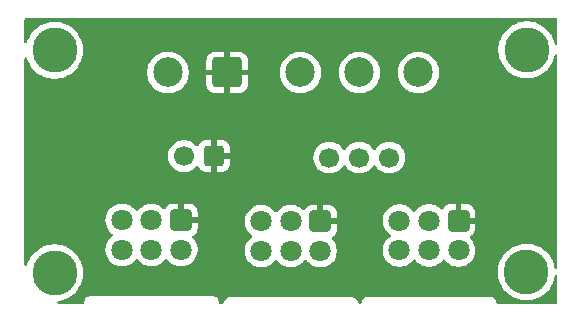
<source format=gbl>
G04 #@! TF.GenerationSoftware,KiCad,Pcbnew,9.0.1*
G04 #@! TF.CreationDate,2025-04-21T20:59:12+02:00*
G04 #@! TF.ProjectId,3_pots_pcb_v0.2a,335f706f-7473-45f7-9063-625f76302e32,rev?*
G04 #@! TF.SameCoordinates,Original*
G04 #@! TF.FileFunction,Copper,L2,Bot*
G04 #@! TF.FilePolarity,Positive*
%FSLAX46Y46*%
G04 Gerber Fmt 4.6, Leading zero omitted, Abs format (unit mm)*
G04 Created by KiCad (PCBNEW 9.0.1) date 2025-04-21 20:59:12*
%MOMM*%
%LPD*%
G01*
G04 APERTURE LIST*
G04 Aperture macros list*
%AMRoundRect*
0 Rectangle with rounded corners*
0 $1 Rounding radius*
0 $2 $3 $4 $5 $6 $7 $8 $9 X,Y pos of 4 corners*
0 Add a 4 corners polygon primitive as box body*
4,1,4,$2,$3,$4,$5,$6,$7,$8,$9,$2,$3,0*
0 Add four circle primitives for the rounded corners*
1,1,$1+$1,$2,$3*
1,1,$1+$1,$4,$5*
1,1,$1+$1,$6,$7*
1,1,$1+$1,$8,$9*
0 Add four rect primitives between the rounded corners*
20,1,$1+$1,$2,$3,$4,$5,0*
20,1,$1+$1,$4,$5,$6,$7,0*
20,1,$1+$1,$6,$7,$8,$9,0*
20,1,$1+$1,$8,$9,$2,$3,0*%
G04 Aperture macros list end*
G04 #@! TA.AperFunction,ComponentPad*
%ADD10C,2.500000*%
G04 #@! TD*
G04 #@! TA.AperFunction,ComponentPad*
%ADD11RoundRect,0.250000X-1.000000X-1.000000X1.000000X-1.000000X1.000000X1.000000X-1.000000X1.000000X0*%
G04 #@! TD*
G04 #@! TA.AperFunction,ComponentPad*
%ADD12C,3.800000*%
G04 #@! TD*
G04 #@! TA.AperFunction,ComponentPad*
%ADD13C,1.800000*%
G04 #@! TD*
G04 #@! TA.AperFunction,ComponentPad*
%ADD14RoundRect,0.250000X-0.650000X0.650000X-0.650000X-0.650000X0.650000X-0.650000X0.650000X0.650000X0*%
G04 #@! TD*
G04 #@! TA.AperFunction,ComponentPad*
%ADD15C,1.700000*%
G04 #@! TD*
G04 #@! TA.AperFunction,ComponentPad*
%ADD16RoundRect,0.250000X0.600000X-0.600000X0.600000X0.600000X-0.600000X0.600000X-0.600000X-0.600000X0*%
G04 #@! TD*
G04 APERTURE END LIST*
D10*
X152825000Y-95125000D03*
D11*
X157825000Y-95125000D03*
D12*
X143225000Y-93250000D03*
X183175000Y-112025000D03*
D13*
X172425000Y-110175000D03*
X174925000Y-110175000D03*
X177425000Y-110175000D03*
X172425000Y-107675000D03*
X174925000Y-107675000D03*
D14*
X177425000Y-107675000D03*
D12*
X183200000Y-93200000D03*
D15*
X154175000Y-102200000D03*
D16*
X156715000Y-102200000D03*
D12*
X143225000Y-112075000D03*
D15*
X166485000Y-102325000D03*
X169025000Y-102325000D03*
X171565000Y-102325000D03*
D10*
X164025000Y-95125000D03*
X169025000Y-95125000D03*
X174025000Y-95125000D03*
D13*
X160725000Y-110225000D03*
X163225000Y-110225000D03*
X165725000Y-110225000D03*
X160725000Y-107725000D03*
X163225000Y-107725000D03*
D14*
X165725000Y-107725000D03*
D13*
X148925000Y-110125000D03*
X151425000Y-110125000D03*
X153925000Y-110125000D03*
X148925000Y-107625000D03*
X151425000Y-107625000D03*
D14*
X153925000Y-107625000D03*
G04 #@! TA.AperFunction,Conductor*
G36*
X185742539Y-90545185D02*
G01*
X185788294Y-90597989D01*
X185799500Y-90649500D01*
X185799500Y-92700876D01*
X185779815Y-92767915D01*
X185727011Y-92813670D01*
X185657853Y-92823614D01*
X185594297Y-92794589D01*
X185556523Y-92735811D01*
X185554609Y-92728469D01*
X185510315Y-92534405D01*
X185510312Y-92534397D01*
X185488145Y-92471049D01*
X185421267Y-92279921D01*
X185304284Y-92037003D01*
X185160838Y-91808711D01*
X184992734Y-91597915D01*
X184802085Y-91407266D01*
X184591289Y-91239162D01*
X184362997Y-91095716D01*
X184362994Y-91095714D01*
X184120082Y-90978734D01*
X183865602Y-90889687D01*
X183865594Y-90889684D01*
X183668446Y-90844687D01*
X183602732Y-90829688D01*
X183602728Y-90829687D01*
X183602719Y-90829686D01*
X183334813Y-90799500D01*
X183334809Y-90799500D01*
X183065191Y-90799500D01*
X183065186Y-90799500D01*
X182797280Y-90829686D01*
X182797268Y-90829688D01*
X182534405Y-90889684D01*
X182534397Y-90889687D01*
X182279917Y-90978734D01*
X182037005Y-91095714D01*
X181808712Y-91239161D01*
X181597915Y-91407265D01*
X181407265Y-91597915D01*
X181239161Y-91808712D01*
X181095714Y-92037005D01*
X180978734Y-92279917D01*
X180889687Y-92534397D01*
X180889684Y-92534405D01*
X180829688Y-92797268D01*
X180829686Y-92797280D01*
X180799500Y-93065186D01*
X180799500Y-93334813D01*
X180829686Y-93602719D01*
X180829688Y-93602731D01*
X180889684Y-93865594D01*
X180889687Y-93865602D01*
X180978734Y-94120082D01*
X181095714Y-94362994D01*
X181095716Y-94362997D01*
X181239162Y-94591289D01*
X181407266Y-94802085D01*
X181597915Y-94992734D01*
X181808711Y-95160838D01*
X182037003Y-95304284D01*
X182279921Y-95421267D01*
X182471049Y-95488145D01*
X182534397Y-95510312D01*
X182534405Y-95510315D01*
X182534408Y-95510315D01*
X182534409Y-95510316D01*
X182797268Y-95570312D01*
X183065187Y-95600499D01*
X183065188Y-95600500D01*
X183065191Y-95600500D01*
X183334812Y-95600500D01*
X183334812Y-95600499D01*
X183602732Y-95570312D01*
X183865591Y-95510316D01*
X184120079Y-95421267D01*
X184362997Y-95304284D01*
X184591289Y-95160838D01*
X184802085Y-94992734D01*
X184992734Y-94802085D01*
X185160838Y-94591289D01*
X185304284Y-94362997D01*
X185421267Y-94120079D01*
X185510316Y-93865591D01*
X185554609Y-93671529D01*
X185588718Y-93610552D01*
X185650379Y-93577694D01*
X185720016Y-93583389D01*
X185775520Y-93625829D01*
X185799268Y-93691539D01*
X185799500Y-93699123D01*
X185799500Y-111670221D01*
X185779815Y-111737260D01*
X185727011Y-111783015D01*
X185657853Y-111792959D01*
X185594297Y-111763934D01*
X185556523Y-111705156D01*
X185552280Y-111684105D01*
X185545313Y-111622280D01*
X185545312Y-111622268D01*
X185485316Y-111359409D01*
X185396267Y-111104921D01*
X185279284Y-110862003D01*
X185135838Y-110633711D01*
X184967734Y-110422915D01*
X184777085Y-110232266D01*
X184566289Y-110064162D01*
X184337997Y-109920716D01*
X184337994Y-109920714D01*
X184095082Y-109803734D01*
X183840602Y-109714687D01*
X183840594Y-109714684D01*
X183643446Y-109669687D01*
X183577732Y-109654688D01*
X183577728Y-109654687D01*
X183577719Y-109654686D01*
X183309813Y-109624500D01*
X183309809Y-109624500D01*
X183040191Y-109624500D01*
X183040186Y-109624500D01*
X182772280Y-109654686D01*
X182772268Y-109654688D01*
X182509405Y-109714684D01*
X182509397Y-109714687D01*
X182254917Y-109803734D01*
X182012005Y-109920714D01*
X181783712Y-110064161D01*
X181572915Y-110232265D01*
X181382265Y-110422915D01*
X181214161Y-110633712D01*
X181070714Y-110862005D01*
X180953734Y-111104917D01*
X180864687Y-111359397D01*
X180864684Y-111359405D01*
X180804688Y-111622268D01*
X180804686Y-111622280D01*
X180774500Y-111890186D01*
X180774500Y-112159813D01*
X180804686Y-112427719D01*
X180804688Y-112427731D01*
X180864684Y-112690594D01*
X180864687Y-112690602D01*
X180953734Y-112945082D01*
X181070714Y-113187994D01*
X181070716Y-113187997D01*
X181214162Y-113416289D01*
X181382266Y-113627085D01*
X181572915Y-113817734D01*
X181783711Y-113985838D01*
X182012003Y-114129284D01*
X182254921Y-114246267D01*
X182446049Y-114313145D01*
X182509397Y-114335312D01*
X182509405Y-114335315D01*
X182509408Y-114335315D01*
X182509409Y-114335316D01*
X182772268Y-114395312D01*
X183040187Y-114425499D01*
X183040188Y-114425500D01*
X183040191Y-114425500D01*
X183309812Y-114425500D01*
X183309812Y-114425499D01*
X183577732Y-114395312D01*
X183840591Y-114335316D01*
X184095079Y-114246267D01*
X184337997Y-114129284D01*
X184566289Y-113985838D01*
X184777085Y-113817734D01*
X184967734Y-113627085D01*
X185135838Y-113416289D01*
X185279284Y-113187997D01*
X185396267Y-112945079D01*
X185485316Y-112690591D01*
X185545312Y-112427732D01*
X185552280Y-112365894D01*
X185579347Y-112301480D01*
X185636941Y-112261925D01*
X185706778Y-112259788D01*
X185766685Y-112295746D01*
X185797640Y-112358384D01*
X185799500Y-112379778D01*
X185799500Y-114575500D01*
X185779815Y-114642539D01*
X185727011Y-114688294D01*
X185675500Y-114699500D01*
X180749500Y-114699500D01*
X180682461Y-114679815D01*
X180636706Y-114627011D01*
X180625500Y-114575500D01*
X180625500Y-114559110D01*
X180625500Y-114559108D01*
X180591392Y-114431814D01*
X180525500Y-114317686D01*
X180432314Y-114224500D01*
X180353998Y-114179284D01*
X180318187Y-114158608D01*
X180254539Y-114141554D01*
X180190892Y-114124500D01*
X169659108Y-114124500D01*
X169531812Y-114158608D01*
X169417686Y-114224500D01*
X169417683Y-114224502D01*
X169324502Y-114317683D01*
X169324500Y-114317686D01*
X169258608Y-114431812D01*
X169224500Y-114559108D01*
X169224500Y-114575500D01*
X169221949Y-114584185D01*
X169223238Y-114593147D01*
X169212259Y-114617187D01*
X169204815Y-114642539D01*
X169197974Y-114648466D01*
X169194213Y-114656703D01*
X169171978Y-114670992D01*
X169152011Y-114688294D01*
X169141496Y-114690581D01*
X169135435Y-114694477D01*
X169100500Y-114699500D01*
X169044869Y-114699500D01*
X168977830Y-114679815D01*
X168932075Y-114627011D01*
X168925094Y-114607594D01*
X168891392Y-114481814D01*
X168825500Y-114367686D01*
X168732314Y-114274500D01*
X168675250Y-114241554D01*
X168618187Y-114208608D01*
X168554539Y-114191554D01*
X168490892Y-114174500D01*
X157959108Y-114174500D01*
X157831812Y-114208608D01*
X157717686Y-114274500D01*
X157717683Y-114274502D01*
X157624502Y-114367683D01*
X157624500Y-114367686D01*
X157575660Y-114452280D01*
X157558608Y-114481814D01*
X157524906Y-114607594D01*
X157510411Y-114631373D01*
X157498844Y-114656703D01*
X157492478Y-114660793D01*
X157488541Y-114667254D01*
X157463493Y-114679421D01*
X157440066Y-114694477D01*
X157429318Y-114696022D01*
X157425694Y-114697783D01*
X157405131Y-114699500D01*
X157249500Y-114699500D01*
X157182461Y-114679815D01*
X157136706Y-114627011D01*
X157125500Y-114575500D01*
X157125500Y-114509110D01*
X157125500Y-114509108D01*
X157091392Y-114381814D01*
X157025500Y-114267686D01*
X156932314Y-114174500D01*
X156845712Y-114124500D01*
X156818187Y-114108608D01*
X156754539Y-114091554D01*
X156690892Y-114074500D01*
X146159108Y-114074500D01*
X146031812Y-114108608D01*
X145917686Y-114174500D01*
X145917683Y-114174502D01*
X145824502Y-114267683D01*
X145824500Y-114267686D01*
X145758608Y-114381812D01*
X145724500Y-114509108D01*
X145724500Y-114575500D01*
X145704815Y-114642539D01*
X145652011Y-114688294D01*
X145600500Y-114699500D01*
X143579778Y-114699500D01*
X143512739Y-114679815D01*
X143466984Y-114627011D01*
X143457040Y-114557853D01*
X143486065Y-114494297D01*
X143544843Y-114456523D01*
X143565894Y-114452280D01*
X143596480Y-114448833D01*
X143627732Y-114445312D01*
X143890591Y-114385316D01*
X144145079Y-114296267D01*
X144387997Y-114179284D01*
X144616289Y-114035838D01*
X144827085Y-113867734D01*
X145017734Y-113677085D01*
X145185838Y-113466289D01*
X145329284Y-113237997D01*
X145446267Y-112995079D01*
X145535316Y-112740591D01*
X145595312Y-112477732D01*
X145625500Y-112209809D01*
X145625500Y-111940191D01*
X145595312Y-111672268D01*
X145535316Y-111409409D01*
X145446267Y-111154921D01*
X145329284Y-110912003D01*
X145185838Y-110683711D01*
X145017734Y-110472915D01*
X144827085Y-110282266D01*
X144616289Y-110114162D01*
X144387997Y-109970716D01*
X144387994Y-109970714D01*
X144145082Y-109853734D01*
X143890602Y-109764687D01*
X143890594Y-109764684D01*
X143671527Y-109714684D01*
X143627732Y-109704688D01*
X143627728Y-109704687D01*
X143627719Y-109704686D01*
X143359813Y-109674500D01*
X143359809Y-109674500D01*
X143090191Y-109674500D01*
X143090186Y-109674500D01*
X142822280Y-109704686D01*
X142822268Y-109704688D01*
X142559405Y-109764684D01*
X142559397Y-109764687D01*
X142304917Y-109853734D01*
X142062005Y-109970714D01*
X141833712Y-110114161D01*
X141622915Y-110282265D01*
X141432265Y-110472915D01*
X141264161Y-110683712D01*
X141120714Y-110912005D01*
X141003734Y-111154917D01*
X140916541Y-111404099D01*
X140875820Y-111460875D01*
X140810867Y-111486622D01*
X140742305Y-111473166D01*
X140691902Y-111424778D01*
X140675500Y-111363144D01*
X140675500Y-107514778D01*
X147524500Y-107514778D01*
X147524500Y-107735222D01*
X147541742Y-107844086D01*
X147558985Y-107952952D01*
X147627103Y-108162603D01*
X147627104Y-108162606D01*
X147727187Y-108359025D01*
X147856752Y-108537358D01*
X147856756Y-108537363D01*
X148012636Y-108693243D01*
X148012641Y-108693247D01*
X148124727Y-108774682D01*
X148167393Y-108830011D01*
X148173372Y-108899625D01*
X148140767Y-108961420D01*
X148124727Y-108975318D01*
X148012641Y-109056752D01*
X148012636Y-109056756D01*
X147856756Y-109212636D01*
X147856752Y-109212641D01*
X147727187Y-109390974D01*
X147627104Y-109587393D01*
X147627103Y-109587396D01*
X147558985Y-109797047D01*
X147539398Y-109920714D01*
X147524500Y-110014778D01*
X147524500Y-110235222D01*
X147541742Y-110344086D01*
X147558985Y-110452952D01*
X147627103Y-110662603D01*
X147627104Y-110662606D01*
X147727187Y-110859025D01*
X147856752Y-111037358D01*
X147856756Y-111037363D01*
X148012636Y-111193243D01*
X148012641Y-111193247D01*
X148081461Y-111243247D01*
X148190978Y-111322815D01*
X148319375Y-111388237D01*
X148387393Y-111422895D01*
X148387396Y-111422896D01*
X148492221Y-111456955D01*
X148597049Y-111491015D01*
X148814778Y-111525500D01*
X148814779Y-111525500D01*
X149035221Y-111525500D01*
X149035222Y-111525500D01*
X149252951Y-111491015D01*
X149462606Y-111422895D01*
X149659022Y-111322815D01*
X149837365Y-111193242D01*
X149993242Y-111037365D01*
X150074682Y-110925270D01*
X150130011Y-110882606D01*
X150199624Y-110876627D01*
X150261420Y-110909232D01*
X150275313Y-110925265D01*
X150347972Y-111025272D01*
X150356758Y-111037365D01*
X150512636Y-111193243D01*
X150512641Y-111193247D01*
X150581461Y-111243247D01*
X150690978Y-111322815D01*
X150819375Y-111388237D01*
X150887393Y-111422895D01*
X150887396Y-111422896D01*
X150992221Y-111456955D01*
X151097049Y-111491015D01*
X151314778Y-111525500D01*
X151314779Y-111525500D01*
X151535221Y-111525500D01*
X151535222Y-111525500D01*
X151752951Y-111491015D01*
X151962606Y-111422895D01*
X152159022Y-111322815D01*
X152337365Y-111193242D01*
X152493242Y-111037365D01*
X152574682Y-110925270D01*
X152630011Y-110882606D01*
X152699624Y-110876627D01*
X152761420Y-110909232D01*
X152775313Y-110925265D01*
X152847972Y-111025272D01*
X152856758Y-111037365D01*
X153012636Y-111193243D01*
X153012641Y-111193247D01*
X153081461Y-111243247D01*
X153190978Y-111322815D01*
X153319375Y-111388237D01*
X153387393Y-111422895D01*
X153387396Y-111422896D01*
X153492221Y-111456955D01*
X153597049Y-111491015D01*
X153814778Y-111525500D01*
X153814779Y-111525500D01*
X154035221Y-111525500D01*
X154035222Y-111525500D01*
X154252951Y-111491015D01*
X154462606Y-111422895D01*
X154659022Y-111322815D01*
X154837365Y-111193242D01*
X154993242Y-111037365D01*
X155122815Y-110859022D01*
X155222895Y-110662606D01*
X155291015Y-110452951D01*
X155325500Y-110235222D01*
X155325500Y-110014778D01*
X155291015Y-109797049D01*
X155244759Y-109654686D01*
X155222896Y-109587396D01*
X155222895Y-109587393D01*
X155188237Y-109519375D01*
X155122815Y-109390978D01*
X155029574Y-109262642D01*
X154993247Y-109212641D01*
X154993243Y-109212636D01*
X154909666Y-109129059D01*
X154876181Y-109067736D01*
X154881165Y-108998044D01*
X154923037Y-108942111D01*
X154932251Y-108935839D01*
X155043343Y-108867317D01*
X155167315Y-108743345D01*
X155259356Y-108594124D01*
X155259358Y-108594119D01*
X155314505Y-108427697D01*
X155314506Y-108427690D01*
X155324999Y-108324986D01*
X155325000Y-108324973D01*
X155325000Y-107875000D01*
X154358012Y-107875000D01*
X154390925Y-107817993D01*
X154425000Y-107690826D01*
X154425000Y-107614778D01*
X159324500Y-107614778D01*
X159324500Y-107835222D01*
X159339829Y-107932007D01*
X159358985Y-108052952D01*
X159427103Y-108262603D01*
X159427104Y-108262606D01*
X159475000Y-108356604D01*
X159513725Y-108432606D01*
X159527187Y-108459025D01*
X159656752Y-108637358D01*
X159656756Y-108637363D01*
X159812636Y-108793243D01*
X159812641Y-108793247D01*
X159924727Y-108874682D01*
X159967393Y-108930011D01*
X159973372Y-108999625D01*
X159940767Y-109061420D01*
X159924727Y-109075318D01*
X159812641Y-109156752D01*
X159812636Y-109156756D01*
X159656756Y-109312636D01*
X159656752Y-109312641D01*
X159527187Y-109490974D01*
X159427104Y-109687393D01*
X159427103Y-109687396D01*
X159358985Y-109897047D01*
X159324500Y-110114778D01*
X159324500Y-110335221D01*
X159358985Y-110552952D01*
X159427103Y-110762603D01*
X159427104Y-110762606D01*
X159449523Y-110806604D01*
X159513725Y-110932606D01*
X159527187Y-110959025D01*
X159656752Y-111137358D01*
X159656756Y-111137363D01*
X159812636Y-111293243D01*
X159812641Y-111293247D01*
X159908847Y-111363144D01*
X159990978Y-111422815D01*
X160116205Y-111486622D01*
X160187393Y-111522895D01*
X160187396Y-111522896D01*
X160243159Y-111541014D01*
X160397049Y-111591015D01*
X160614778Y-111625500D01*
X160614779Y-111625500D01*
X160835221Y-111625500D01*
X160835222Y-111625500D01*
X161052951Y-111591015D01*
X161262606Y-111522895D01*
X161459022Y-111422815D01*
X161637365Y-111293242D01*
X161793242Y-111137365D01*
X161874682Y-111025270D01*
X161930011Y-110982606D01*
X161999624Y-110976627D01*
X162061420Y-111009232D01*
X162075313Y-111025265D01*
X162133186Y-111104921D01*
X162156758Y-111137365D01*
X162312636Y-111293243D01*
X162312641Y-111293247D01*
X162408847Y-111363144D01*
X162490978Y-111422815D01*
X162616205Y-111486622D01*
X162687393Y-111522895D01*
X162687396Y-111522896D01*
X162743159Y-111541014D01*
X162897049Y-111591015D01*
X163114778Y-111625500D01*
X163114779Y-111625500D01*
X163335221Y-111625500D01*
X163335222Y-111625500D01*
X163552951Y-111591015D01*
X163762606Y-111522895D01*
X163959022Y-111422815D01*
X164137365Y-111293242D01*
X164293242Y-111137365D01*
X164374682Y-111025270D01*
X164430011Y-110982606D01*
X164499624Y-110976627D01*
X164561420Y-111009232D01*
X164575313Y-111025265D01*
X164633186Y-111104921D01*
X164656758Y-111137365D01*
X164812636Y-111293243D01*
X164812641Y-111293247D01*
X164908847Y-111363144D01*
X164990978Y-111422815D01*
X165116205Y-111486622D01*
X165187393Y-111522895D01*
X165187396Y-111522896D01*
X165243159Y-111541014D01*
X165397049Y-111591015D01*
X165614778Y-111625500D01*
X165614779Y-111625500D01*
X165835221Y-111625500D01*
X165835222Y-111625500D01*
X166052951Y-111591015D01*
X166262606Y-111522895D01*
X166459022Y-111422815D01*
X166637365Y-111293242D01*
X166793242Y-111137365D01*
X166922815Y-110959022D01*
X167022895Y-110762606D01*
X167091015Y-110552951D01*
X167125500Y-110335222D01*
X167125500Y-110114778D01*
X167091015Y-109897049D01*
X167028514Y-109704688D01*
X167022896Y-109687396D01*
X167022895Y-109687393D01*
X166988237Y-109619375D01*
X166922815Y-109490978D01*
X166850161Y-109390978D01*
X166793247Y-109312641D01*
X166793243Y-109312636D01*
X166709666Y-109229059D01*
X166676181Y-109167736D01*
X166681165Y-109098044D01*
X166723037Y-109042111D01*
X166732251Y-109035839D01*
X166843343Y-108967317D01*
X166967315Y-108843345D01*
X167059356Y-108694124D01*
X167059358Y-108694119D01*
X167114505Y-108527697D01*
X167114506Y-108527690D01*
X167124999Y-108424986D01*
X167125000Y-108424973D01*
X167125000Y-107975000D01*
X166158012Y-107975000D01*
X166190925Y-107917993D01*
X166225000Y-107790826D01*
X166225000Y-107659174D01*
X166199706Y-107564778D01*
X171024500Y-107564778D01*
X171024500Y-107785222D01*
X171041742Y-107894086D01*
X171058985Y-108002952D01*
X171127103Y-108212603D01*
X171127104Y-108212606D01*
X171175000Y-108306604D01*
X171213725Y-108382606D01*
X171227187Y-108409025D01*
X171356752Y-108587358D01*
X171356756Y-108587363D01*
X171512636Y-108743243D01*
X171512641Y-108743247D01*
X171624727Y-108824682D01*
X171667393Y-108880011D01*
X171673372Y-108949625D01*
X171640767Y-109011420D01*
X171624727Y-109025318D01*
X171512641Y-109106752D01*
X171512636Y-109106756D01*
X171356756Y-109262636D01*
X171356752Y-109262641D01*
X171227187Y-109440974D01*
X171127104Y-109637393D01*
X171127103Y-109637396D01*
X171058985Y-109847047D01*
X171024500Y-110064778D01*
X171024500Y-110285221D01*
X171058985Y-110502952D01*
X171127103Y-110712603D01*
X171127104Y-110712606D01*
X171175000Y-110806604D01*
X171213725Y-110882606D01*
X171227187Y-110909025D01*
X171356752Y-111087358D01*
X171356756Y-111087363D01*
X171512636Y-111243243D01*
X171512641Y-111243247D01*
X171581461Y-111293247D01*
X171690978Y-111372815D01*
X171792960Y-111424778D01*
X171887393Y-111472895D01*
X171887396Y-111472896D01*
X171943159Y-111491014D01*
X172097049Y-111541015D01*
X172314778Y-111575500D01*
X172314779Y-111575500D01*
X172535221Y-111575500D01*
X172535222Y-111575500D01*
X172752951Y-111541015D01*
X172962606Y-111472895D01*
X173159022Y-111372815D01*
X173337365Y-111243242D01*
X173493242Y-111087365D01*
X173574682Y-110975270D01*
X173630011Y-110932606D01*
X173699624Y-110926627D01*
X173761420Y-110959232D01*
X173775313Y-110975265D01*
X173820426Y-111037358D01*
X173856758Y-111087365D01*
X174012636Y-111243243D01*
X174012641Y-111243247D01*
X174081461Y-111293247D01*
X174190978Y-111372815D01*
X174292960Y-111424778D01*
X174387393Y-111472895D01*
X174387396Y-111472896D01*
X174443159Y-111491014D01*
X174597049Y-111541015D01*
X174814778Y-111575500D01*
X174814779Y-111575500D01*
X175035221Y-111575500D01*
X175035222Y-111575500D01*
X175252951Y-111541015D01*
X175462606Y-111472895D01*
X175659022Y-111372815D01*
X175837365Y-111243242D01*
X175993242Y-111087365D01*
X176074682Y-110975270D01*
X176130011Y-110932606D01*
X176199624Y-110926627D01*
X176261420Y-110959232D01*
X176275313Y-110975265D01*
X176320426Y-111037358D01*
X176356758Y-111087365D01*
X176512636Y-111243243D01*
X176512641Y-111243247D01*
X176581461Y-111293247D01*
X176690978Y-111372815D01*
X176792960Y-111424778D01*
X176887393Y-111472895D01*
X176887396Y-111472896D01*
X176943159Y-111491014D01*
X177097049Y-111541015D01*
X177314778Y-111575500D01*
X177314779Y-111575500D01*
X177535221Y-111575500D01*
X177535222Y-111575500D01*
X177752951Y-111541015D01*
X177962606Y-111472895D01*
X178159022Y-111372815D01*
X178337365Y-111243242D01*
X178493242Y-111087365D01*
X178622815Y-110909022D01*
X178722895Y-110712606D01*
X178791015Y-110502951D01*
X178825500Y-110285222D01*
X178825500Y-110064778D01*
X178791015Y-109847049D01*
X178744759Y-109704686D01*
X178722896Y-109637396D01*
X178722895Y-109637393D01*
X178688237Y-109569375D01*
X178622815Y-109440978D01*
X178550008Y-109340767D01*
X178493247Y-109262641D01*
X178493243Y-109262636D01*
X178409666Y-109179059D01*
X178376181Y-109117736D01*
X178381165Y-109048044D01*
X178423037Y-108992111D01*
X178432251Y-108985839D01*
X178543343Y-108917317D01*
X178667315Y-108793345D01*
X178759356Y-108644124D01*
X178759358Y-108644119D01*
X178814505Y-108477697D01*
X178814506Y-108477690D01*
X178824999Y-108374986D01*
X178825000Y-108374973D01*
X178825000Y-107925000D01*
X177858012Y-107925000D01*
X177890925Y-107867993D01*
X177925000Y-107740826D01*
X177925000Y-107609174D01*
X177890925Y-107482007D01*
X177858012Y-107425000D01*
X178824999Y-107425000D01*
X178824999Y-106975028D01*
X178824998Y-106975013D01*
X178814505Y-106872302D01*
X178759358Y-106705880D01*
X178759356Y-106705875D01*
X178667315Y-106556654D01*
X178543345Y-106432684D01*
X178394124Y-106340643D01*
X178394119Y-106340641D01*
X178227697Y-106285494D01*
X178227690Y-106285493D01*
X178124986Y-106275000D01*
X177675000Y-106275000D01*
X177675000Y-107241988D01*
X177617993Y-107209075D01*
X177490826Y-107175000D01*
X177359174Y-107175000D01*
X177232007Y-107209075D01*
X177175000Y-107241988D01*
X177175000Y-106275000D01*
X176725028Y-106275000D01*
X176725012Y-106275001D01*
X176622302Y-106285494D01*
X176455880Y-106340641D01*
X176455875Y-106340643D01*
X176306654Y-106432684D01*
X176182683Y-106556655D01*
X176182680Y-106556659D01*
X176114159Y-106667749D01*
X176062211Y-106714474D01*
X175993249Y-106725695D01*
X175929167Y-106697852D01*
X175920940Y-106690333D01*
X175837363Y-106606756D01*
X175837358Y-106606752D01*
X175659025Y-106477187D01*
X175659024Y-106477186D01*
X175659022Y-106477185D01*
X175571685Y-106432684D01*
X175462606Y-106377104D01*
X175462603Y-106377103D01*
X175252952Y-106308985D01*
X175144086Y-106291742D01*
X175035222Y-106274500D01*
X174814778Y-106274500D01*
X174745371Y-106285493D01*
X174597047Y-106308985D01*
X174387396Y-106377103D01*
X174387393Y-106377104D01*
X174190974Y-106477187D01*
X174012641Y-106606752D01*
X174012636Y-106606756D01*
X173856756Y-106762636D01*
X173856752Y-106762641D01*
X173775318Y-106874727D01*
X173719989Y-106917393D01*
X173650375Y-106923372D01*
X173588580Y-106890767D01*
X173574682Y-106874727D01*
X173493247Y-106762641D01*
X173493243Y-106762636D01*
X173337363Y-106606756D01*
X173337358Y-106606752D01*
X173159025Y-106477187D01*
X173159024Y-106477186D01*
X173159022Y-106477185D01*
X173071685Y-106432684D01*
X172962606Y-106377104D01*
X172962603Y-106377103D01*
X172752952Y-106308985D01*
X172644086Y-106291742D01*
X172535222Y-106274500D01*
X172314778Y-106274500D01*
X172245371Y-106285493D01*
X172097047Y-106308985D01*
X171887396Y-106377103D01*
X171887393Y-106377104D01*
X171690974Y-106477187D01*
X171512641Y-106606752D01*
X171512636Y-106606756D01*
X171356756Y-106762636D01*
X171356752Y-106762641D01*
X171227187Y-106940974D01*
X171127104Y-107137393D01*
X171127103Y-107137396D01*
X171058985Y-107347047D01*
X171046639Y-107425000D01*
X171024500Y-107564778D01*
X166199706Y-107564778D01*
X166190925Y-107532007D01*
X166158012Y-107475000D01*
X167124999Y-107475000D01*
X167124999Y-107025028D01*
X167124998Y-107025013D01*
X167114505Y-106922302D01*
X167059358Y-106755880D01*
X167059356Y-106755875D01*
X166967315Y-106606654D01*
X166843345Y-106482684D01*
X166694124Y-106390643D01*
X166694119Y-106390641D01*
X166527697Y-106335494D01*
X166527690Y-106335493D01*
X166424986Y-106325000D01*
X165975000Y-106325000D01*
X165975000Y-107291988D01*
X165917993Y-107259075D01*
X165790826Y-107225000D01*
X165659174Y-107225000D01*
X165532007Y-107259075D01*
X165475000Y-107291988D01*
X165475000Y-106325000D01*
X165025028Y-106325000D01*
X165025012Y-106325001D01*
X164922302Y-106335494D01*
X164755880Y-106390641D01*
X164755875Y-106390643D01*
X164606654Y-106482684D01*
X164482683Y-106606655D01*
X164482680Y-106606659D01*
X164414159Y-106717749D01*
X164362211Y-106764474D01*
X164293249Y-106775695D01*
X164229167Y-106747852D01*
X164220940Y-106740333D01*
X164137363Y-106656756D01*
X164137358Y-106656752D01*
X163959025Y-106527187D01*
X163959024Y-106527186D01*
X163959022Y-106527185D01*
X163871685Y-106482684D01*
X163762606Y-106427104D01*
X163762603Y-106427103D01*
X163552952Y-106358985D01*
X163444086Y-106341742D01*
X163335222Y-106324500D01*
X163114778Y-106324500D01*
X163045371Y-106335493D01*
X162897047Y-106358985D01*
X162687396Y-106427103D01*
X162687393Y-106427104D01*
X162490974Y-106527187D01*
X162312641Y-106656752D01*
X162312636Y-106656756D01*
X162156756Y-106812636D01*
X162156752Y-106812641D01*
X162075318Y-106924727D01*
X162019989Y-106967393D01*
X161950375Y-106973372D01*
X161888580Y-106940767D01*
X161874682Y-106924727D01*
X161793247Y-106812641D01*
X161793243Y-106812636D01*
X161637363Y-106656756D01*
X161637358Y-106656752D01*
X161459025Y-106527187D01*
X161459024Y-106527186D01*
X161459022Y-106527185D01*
X161371685Y-106482684D01*
X161262606Y-106427104D01*
X161262603Y-106427103D01*
X161052952Y-106358985D01*
X160944086Y-106341742D01*
X160835222Y-106324500D01*
X160614778Y-106324500D01*
X160545371Y-106335493D01*
X160397047Y-106358985D01*
X160187396Y-106427103D01*
X160187393Y-106427104D01*
X159990974Y-106527187D01*
X159812641Y-106656752D01*
X159812636Y-106656756D01*
X159656756Y-106812636D01*
X159656752Y-106812641D01*
X159527187Y-106990974D01*
X159427104Y-107187393D01*
X159427103Y-107187396D01*
X159358985Y-107397047D01*
X159354558Y-107425000D01*
X159324500Y-107614778D01*
X154425000Y-107614778D01*
X154425000Y-107559174D01*
X154390925Y-107432007D01*
X154358012Y-107375000D01*
X155324999Y-107375000D01*
X155324999Y-106925028D01*
X155324998Y-106925013D01*
X155314505Y-106822302D01*
X155259358Y-106655880D01*
X155259356Y-106655875D01*
X155167315Y-106506654D01*
X155043345Y-106382684D01*
X154894124Y-106290643D01*
X154894119Y-106290641D01*
X154727697Y-106235494D01*
X154727690Y-106235493D01*
X154624986Y-106225000D01*
X154175000Y-106225000D01*
X154175000Y-107191988D01*
X154117993Y-107159075D01*
X153990826Y-107125000D01*
X153859174Y-107125000D01*
X153732007Y-107159075D01*
X153675000Y-107191988D01*
X153675000Y-106225000D01*
X153225028Y-106225000D01*
X153225012Y-106225001D01*
X153122302Y-106235494D01*
X152955880Y-106290641D01*
X152955875Y-106290643D01*
X152806654Y-106382684D01*
X152682683Y-106506655D01*
X152682680Y-106506659D01*
X152614159Y-106617749D01*
X152562211Y-106664474D01*
X152493249Y-106675695D01*
X152429167Y-106647852D01*
X152420940Y-106640333D01*
X152337363Y-106556756D01*
X152337358Y-106556752D01*
X152159025Y-106427187D01*
X152159024Y-106427186D01*
X152159022Y-106427185D01*
X152071685Y-106382684D01*
X151962606Y-106327104D01*
X151962603Y-106327103D01*
X151752952Y-106258985D01*
X151604635Y-106235494D01*
X151535222Y-106224500D01*
X151314778Y-106224500D01*
X151245371Y-106235493D01*
X151097047Y-106258985D01*
X150887396Y-106327103D01*
X150887393Y-106327104D01*
X150690974Y-106427187D01*
X150512641Y-106556752D01*
X150512636Y-106556756D01*
X150356756Y-106712636D01*
X150356752Y-106712641D01*
X150275318Y-106824727D01*
X150219989Y-106867393D01*
X150150375Y-106873372D01*
X150088580Y-106840767D01*
X150074682Y-106824727D01*
X149993247Y-106712641D01*
X149993243Y-106712636D01*
X149837363Y-106556756D01*
X149837358Y-106556752D01*
X149659025Y-106427187D01*
X149659024Y-106427186D01*
X149659022Y-106427185D01*
X149571685Y-106382684D01*
X149462606Y-106327104D01*
X149462603Y-106327103D01*
X149252952Y-106258985D01*
X149104635Y-106235494D01*
X149035222Y-106224500D01*
X148814778Y-106224500D01*
X148745371Y-106235493D01*
X148597047Y-106258985D01*
X148387396Y-106327103D01*
X148387393Y-106327104D01*
X148190974Y-106427187D01*
X148012641Y-106556752D01*
X148012636Y-106556756D01*
X147856756Y-106712636D01*
X147856752Y-106712641D01*
X147727187Y-106890974D01*
X147627104Y-107087393D01*
X147627103Y-107087396D01*
X147558985Y-107297047D01*
X147539829Y-107417993D01*
X147524500Y-107514778D01*
X140675500Y-107514778D01*
X140675500Y-102093713D01*
X152824500Y-102093713D01*
X152824500Y-102306286D01*
X152857753Y-102516239D01*
X152923444Y-102718414D01*
X153019951Y-102907820D01*
X153144890Y-103079786D01*
X153295213Y-103230109D01*
X153467179Y-103355048D01*
X153467181Y-103355049D01*
X153467184Y-103355051D01*
X153656588Y-103451557D01*
X153858757Y-103517246D01*
X154068713Y-103550500D01*
X154068714Y-103550500D01*
X154281286Y-103550500D01*
X154281287Y-103550500D01*
X154491243Y-103517246D01*
X154693412Y-103451557D01*
X154882816Y-103355051D01*
X154904789Y-103339086D01*
X155054786Y-103230109D01*
X155054788Y-103230106D01*
X155054792Y-103230104D01*
X155205104Y-103079792D01*
X155209018Y-103074404D01*
X155264342Y-103031734D01*
X155333955Y-103025748D01*
X155395753Y-103058348D01*
X155427046Y-103108272D01*
X155430639Y-103119114D01*
X155430643Y-103119124D01*
X155522684Y-103268345D01*
X155646654Y-103392315D01*
X155795875Y-103484356D01*
X155795880Y-103484358D01*
X155962302Y-103539505D01*
X155962309Y-103539506D01*
X156065019Y-103549999D01*
X156464999Y-103549999D01*
X156465000Y-103549998D01*
X156465000Y-102633012D01*
X156522007Y-102665925D01*
X156649174Y-102700000D01*
X156780826Y-102700000D01*
X156907993Y-102665925D01*
X156965000Y-102633012D01*
X156965000Y-103549999D01*
X157364972Y-103549999D01*
X157364986Y-103549998D01*
X157467697Y-103539505D01*
X157634119Y-103484358D01*
X157634124Y-103484356D01*
X157783345Y-103392315D01*
X157907315Y-103268345D01*
X157999356Y-103119124D01*
X157999358Y-103119119D01*
X158054505Y-102952697D01*
X158054506Y-102952690D01*
X158064999Y-102849986D01*
X158065000Y-102849973D01*
X158065000Y-102450000D01*
X157148012Y-102450000D01*
X157180925Y-102392993D01*
X157215000Y-102265826D01*
X157215000Y-102218713D01*
X165134500Y-102218713D01*
X165134500Y-102431287D01*
X165167754Y-102641243D01*
X165192828Y-102718414D01*
X165233444Y-102843414D01*
X165329951Y-103032820D01*
X165454890Y-103204786D01*
X165605213Y-103355109D01*
X165777179Y-103480048D01*
X165777181Y-103480049D01*
X165777184Y-103480051D01*
X165966588Y-103576557D01*
X166168757Y-103642246D01*
X166378713Y-103675500D01*
X166378714Y-103675500D01*
X166591286Y-103675500D01*
X166591287Y-103675500D01*
X166801243Y-103642246D01*
X167003412Y-103576557D01*
X167192816Y-103480051D01*
X167232038Y-103451555D01*
X167364786Y-103355109D01*
X167364788Y-103355106D01*
X167364792Y-103355104D01*
X167515104Y-103204792D01*
X167515106Y-103204788D01*
X167515109Y-103204786D01*
X167640048Y-103032820D01*
X167640047Y-103032820D01*
X167640051Y-103032816D01*
X167644514Y-103024054D01*
X167692488Y-102973259D01*
X167760308Y-102956463D01*
X167826444Y-102978999D01*
X167865486Y-103024056D01*
X167869951Y-103032820D01*
X167994890Y-103204786D01*
X168145213Y-103355109D01*
X168317179Y-103480048D01*
X168317181Y-103480049D01*
X168317184Y-103480051D01*
X168506588Y-103576557D01*
X168708757Y-103642246D01*
X168918713Y-103675500D01*
X168918714Y-103675500D01*
X169131286Y-103675500D01*
X169131287Y-103675500D01*
X169341243Y-103642246D01*
X169543412Y-103576557D01*
X169732816Y-103480051D01*
X169772038Y-103451555D01*
X169904786Y-103355109D01*
X169904788Y-103355106D01*
X169904792Y-103355104D01*
X170055104Y-103204792D01*
X170055106Y-103204788D01*
X170055109Y-103204786D01*
X170180048Y-103032820D01*
X170180047Y-103032820D01*
X170180051Y-103032816D01*
X170184514Y-103024054D01*
X170232488Y-102973259D01*
X170300308Y-102956463D01*
X170366444Y-102978999D01*
X170405486Y-103024056D01*
X170409951Y-103032820D01*
X170534890Y-103204786D01*
X170685213Y-103355109D01*
X170857179Y-103480048D01*
X170857181Y-103480049D01*
X170857184Y-103480051D01*
X171046588Y-103576557D01*
X171248757Y-103642246D01*
X171458713Y-103675500D01*
X171458714Y-103675500D01*
X171671286Y-103675500D01*
X171671287Y-103675500D01*
X171881243Y-103642246D01*
X172083412Y-103576557D01*
X172272816Y-103480051D01*
X172312038Y-103451555D01*
X172444786Y-103355109D01*
X172444788Y-103355106D01*
X172444792Y-103355104D01*
X172595104Y-103204792D01*
X172595106Y-103204788D01*
X172595109Y-103204786D01*
X172720048Y-103032820D01*
X172720047Y-103032820D01*
X172720051Y-103032816D01*
X172816557Y-102843412D01*
X172882246Y-102641243D01*
X172915500Y-102431287D01*
X172915500Y-102218713D01*
X172882246Y-102008757D01*
X172816557Y-101806588D01*
X172720051Y-101617184D01*
X172720049Y-101617181D01*
X172720048Y-101617179D01*
X172595109Y-101445213D01*
X172444786Y-101294890D01*
X172272820Y-101169951D01*
X172083414Y-101073444D01*
X172083413Y-101073443D01*
X172083412Y-101073443D01*
X171881243Y-101007754D01*
X171881241Y-101007753D01*
X171881240Y-101007753D01*
X171719957Y-100982208D01*
X171671287Y-100974500D01*
X171458713Y-100974500D01*
X171410042Y-100982208D01*
X171248760Y-101007753D01*
X171046585Y-101073444D01*
X170857179Y-101169951D01*
X170685213Y-101294890D01*
X170534890Y-101445213D01*
X170409949Y-101617182D01*
X170405484Y-101625946D01*
X170357509Y-101676742D01*
X170289688Y-101693536D01*
X170223553Y-101670998D01*
X170184516Y-101625946D01*
X170180050Y-101617182D01*
X170055109Y-101445213D01*
X169904786Y-101294890D01*
X169732820Y-101169951D01*
X169543414Y-101073444D01*
X169543413Y-101073443D01*
X169543412Y-101073443D01*
X169341243Y-101007754D01*
X169341241Y-101007753D01*
X169341240Y-101007753D01*
X169179957Y-100982208D01*
X169131287Y-100974500D01*
X168918713Y-100974500D01*
X168870042Y-100982208D01*
X168708760Y-101007753D01*
X168506585Y-101073444D01*
X168317179Y-101169951D01*
X168145213Y-101294890D01*
X167994890Y-101445213D01*
X167869949Y-101617182D01*
X167865484Y-101625946D01*
X167817509Y-101676742D01*
X167749688Y-101693536D01*
X167683553Y-101670998D01*
X167644516Y-101625946D01*
X167640050Y-101617182D01*
X167515109Y-101445213D01*
X167364786Y-101294890D01*
X167192820Y-101169951D01*
X167003414Y-101073444D01*
X167003413Y-101073443D01*
X167003412Y-101073443D01*
X166801243Y-101007754D01*
X166801241Y-101007753D01*
X166801240Y-101007753D01*
X166639957Y-100982208D01*
X166591287Y-100974500D01*
X166378713Y-100974500D01*
X166330042Y-100982208D01*
X166168760Y-101007753D01*
X165966585Y-101073444D01*
X165777179Y-101169951D01*
X165605213Y-101294890D01*
X165454890Y-101445213D01*
X165329951Y-101617179D01*
X165233444Y-101806585D01*
X165167753Y-102008760D01*
X165154298Y-102093713D01*
X165134500Y-102218713D01*
X157215000Y-102218713D01*
X157215000Y-102134174D01*
X157180925Y-102007007D01*
X157148012Y-101950000D01*
X158064999Y-101950000D01*
X158064999Y-101550028D01*
X158064998Y-101550013D01*
X158054505Y-101447302D01*
X157999358Y-101280880D01*
X157999356Y-101280875D01*
X157907315Y-101131654D01*
X157783345Y-101007684D01*
X157634124Y-100915643D01*
X157634119Y-100915641D01*
X157467697Y-100860494D01*
X157467690Y-100860493D01*
X157364986Y-100850000D01*
X156965000Y-100850000D01*
X156965000Y-101766988D01*
X156907993Y-101734075D01*
X156780826Y-101700000D01*
X156649174Y-101700000D01*
X156522007Y-101734075D01*
X156465000Y-101766988D01*
X156465000Y-100850000D01*
X156065028Y-100850000D01*
X156065012Y-100850001D01*
X155962302Y-100860494D01*
X155795880Y-100915641D01*
X155795875Y-100915643D01*
X155646654Y-101007684D01*
X155522684Y-101131654D01*
X155430643Y-101280875D01*
X155430641Y-101280881D01*
X155427046Y-101291729D01*
X155387270Y-101349171D01*
X155322753Y-101375991D01*
X155253977Y-101363672D01*
X155209020Y-101325598D01*
X155205105Y-101320209D01*
X155054786Y-101169890D01*
X154882820Y-101044951D01*
X154693414Y-100948444D01*
X154693413Y-100948443D01*
X154693412Y-100948443D01*
X154491243Y-100882754D01*
X154491241Y-100882753D01*
X154491240Y-100882753D01*
X154329957Y-100857208D01*
X154281287Y-100849500D01*
X154068713Y-100849500D01*
X154020042Y-100857208D01*
X153858760Y-100882753D01*
X153656585Y-100948444D01*
X153467179Y-101044951D01*
X153295213Y-101169890D01*
X153144890Y-101320213D01*
X153019951Y-101492179D01*
X152923444Y-101681585D01*
X152857753Y-101883760D01*
X152824500Y-102093713D01*
X140675500Y-102093713D01*
X140675500Y-93961855D01*
X140695185Y-93894816D01*
X140747989Y-93849061D01*
X140817147Y-93839117D01*
X140880703Y-93868142D01*
X140916541Y-93920900D01*
X141003734Y-94170082D01*
X141120714Y-94412994D01*
X141120716Y-94412997D01*
X141264162Y-94641289D01*
X141432266Y-94852085D01*
X141622915Y-95042734D01*
X141833711Y-95210838D01*
X142062003Y-95354284D01*
X142304921Y-95471267D01*
X142496049Y-95538145D01*
X142559397Y-95560312D01*
X142559405Y-95560315D01*
X142559408Y-95560315D01*
X142559409Y-95560316D01*
X142822268Y-95620312D01*
X143090187Y-95650499D01*
X143090188Y-95650500D01*
X143090191Y-95650500D01*
X143359812Y-95650500D01*
X143359812Y-95650499D01*
X143627732Y-95620312D01*
X143890591Y-95560316D01*
X144145079Y-95471267D01*
X144387997Y-95354284D01*
X144616289Y-95210838D01*
X144827085Y-95042734D01*
X144859561Y-95010258D01*
X151074500Y-95010258D01*
X151074500Y-95239741D01*
X151082998Y-95304284D01*
X151104452Y-95467238D01*
X151153556Y-95650499D01*
X151163842Y-95688887D01*
X151251650Y-95900876D01*
X151251657Y-95900890D01*
X151366392Y-96099617D01*
X151506081Y-96281661D01*
X151506089Y-96281670D01*
X151668330Y-96443911D01*
X151668338Y-96443918D01*
X151850382Y-96583607D01*
X151850385Y-96583608D01*
X151850388Y-96583611D01*
X152049112Y-96698344D01*
X152049117Y-96698346D01*
X152049123Y-96698349D01*
X152140480Y-96736190D01*
X152261113Y-96786158D01*
X152482762Y-96845548D01*
X152699312Y-96874057D01*
X152706460Y-96874999D01*
X152710266Y-96875500D01*
X152710273Y-96875500D01*
X152939727Y-96875500D01*
X152939734Y-96875500D01*
X153167238Y-96845548D01*
X153388887Y-96786158D01*
X153600888Y-96698344D01*
X153799612Y-96583611D01*
X153981661Y-96443919D01*
X153981665Y-96443914D01*
X153981670Y-96443911D01*
X154143911Y-96281670D01*
X154143914Y-96281665D01*
X154143919Y-96281661D01*
X154283611Y-96099612D01*
X154398344Y-95900888D01*
X154486158Y-95688887D01*
X154545548Y-95467238D01*
X154575500Y-95239734D01*
X154575500Y-95010266D01*
X154545548Y-94782762D01*
X154486158Y-94561113D01*
X154424805Y-94412994D01*
X154398349Y-94349123D01*
X154398346Y-94349117D01*
X154398344Y-94349112D01*
X154283611Y-94150388D01*
X154283608Y-94150385D01*
X154283607Y-94150382D01*
X154281281Y-94147351D01*
X154225773Y-94075013D01*
X156075000Y-94075013D01*
X156075000Y-94875000D01*
X157224999Y-94875000D01*
X157199979Y-94935402D01*
X157175000Y-95060981D01*
X157175000Y-95189019D01*
X157199979Y-95314598D01*
X157224999Y-95375000D01*
X156075001Y-95375000D01*
X156075001Y-96174986D01*
X156085494Y-96277697D01*
X156140641Y-96444119D01*
X156140643Y-96444124D01*
X156232684Y-96593345D01*
X156356654Y-96717315D01*
X156505875Y-96809356D01*
X156505880Y-96809358D01*
X156672302Y-96864505D01*
X156672309Y-96864506D01*
X156775019Y-96874999D01*
X157574999Y-96874999D01*
X157575000Y-96874998D01*
X157575000Y-95725001D01*
X157635402Y-95750021D01*
X157760981Y-95775000D01*
X157889019Y-95775000D01*
X158014598Y-95750021D01*
X158075000Y-95725001D01*
X158075000Y-96874999D01*
X158874972Y-96874999D01*
X158874986Y-96874998D01*
X158977697Y-96864505D01*
X159144119Y-96809358D01*
X159144124Y-96809356D01*
X159293345Y-96717315D01*
X159417315Y-96593345D01*
X159509356Y-96444124D01*
X159509358Y-96444119D01*
X159564505Y-96277697D01*
X159564506Y-96277690D01*
X159574999Y-96174986D01*
X159575000Y-96174973D01*
X159575000Y-95375000D01*
X158425001Y-95375000D01*
X158450021Y-95314598D01*
X158475000Y-95189019D01*
X158475000Y-95060981D01*
X158464911Y-95010258D01*
X162274500Y-95010258D01*
X162274500Y-95239741D01*
X162282998Y-95304284D01*
X162304452Y-95467238D01*
X162353556Y-95650499D01*
X162363842Y-95688887D01*
X162451650Y-95900876D01*
X162451657Y-95900890D01*
X162566392Y-96099617D01*
X162706081Y-96281661D01*
X162706089Y-96281670D01*
X162868330Y-96443911D01*
X162868338Y-96443918D01*
X163050382Y-96583607D01*
X163050385Y-96583608D01*
X163050388Y-96583611D01*
X163249112Y-96698344D01*
X163249117Y-96698346D01*
X163249123Y-96698349D01*
X163340480Y-96736190D01*
X163461113Y-96786158D01*
X163682762Y-96845548D01*
X163899312Y-96874057D01*
X163906460Y-96874999D01*
X163910266Y-96875500D01*
X163910273Y-96875500D01*
X164139727Y-96875500D01*
X164139734Y-96875500D01*
X164367238Y-96845548D01*
X164588887Y-96786158D01*
X164800888Y-96698344D01*
X164999612Y-96583611D01*
X165181661Y-96443919D01*
X165181665Y-96443914D01*
X165181670Y-96443911D01*
X165343911Y-96281670D01*
X165343914Y-96281665D01*
X165343919Y-96281661D01*
X165483611Y-96099612D01*
X165598344Y-95900888D01*
X165686158Y-95688887D01*
X165745548Y-95467238D01*
X165775500Y-95239734D01*
X165775500Y-95010266D01*
X165775499Y-95010258D01*
X167274500Y-95010258D01*
X167274500Y-95239741D01*
X167282998Y-95304284D01*
X167304452Y-95467238D01*
X167353556Y-95650499D01*
X167363842Y-95688887D01*
X167451650Y-95900876D01*
X167451657Y-95900890D01*
X167566392Y-96099617D01*
X167706081Y-96281661D01*
X167706089Y-96281670D01*
X167868330Y-96443911D01*
X167868338Y-96443918D01*
X168050382Y-96583607D01*
X168050385Y-96583608D01*
X168050388Y-96583611D01*
X168249112Y-96698344D01*
X168249117Y-96698346D01*
X168249123Y-96698349D01*
X168340480Y-96736190D01*
X168461113Y-96786158D01*
X168682762Y-96845548D01*
X168899312Y-96874057D01*
X168906460Y-96874999D01*
X168910266Y-96875500D01*
X168910273Y-96875500D01*
X169139727Y-96875500D01*
X169139734Y-96875500D01*
X169367238Y-96845548D01*
X169588887Y-96786158D01*
X169800888Y-96698344D01*
X169999612Y-96583611D01*
X170181661Y-96443919D01*
X170181665Y-96443914D01*
X170181670Y-96443911D01*
X170343911Y-96281670D01*
X170343914Y-96281665D01*
X170343919Y-96281661D01*
X170483611Y-96099612D01*
X170598344Y-95900888D01*
X170686158Y-95688887D01*
X170745548Y-95467238D01*
X170775500Y-95239734D01*
X170775500Y-95010266D01*
X170775499Y-95010258D01*
X172274500Y-95010258D01*
X172274500Y-95239741D01*
X172282998Y-95304284D01*
X172304452Y-95467238D01*
X172353556Y-95650499D01*
X172363842Y-95688887D01*
X172451650Y-95900876D01*
X172451657Y-95900890D01*
X172566392Y-96099617D01*
X172706081Y-96281661D01*
X172706089Y-96281670D01*
X172868330Y-96443911D01*
X172868338Y-96443918D01*
X173050382Y-96583607D01*
X173050385Y-96583608D01*
X173050388Y-96583611D01*
X173249112Y-96698344D01*
X173249117Y-96698346D01*
X173249123Y-96698349D01*
X173340480Y-96736190D01*
X173461113Y-96786158D01*
X173682762Y-96845548D01*
X173899312Y-96874057D01*
X173906460Y-96874999D01*
X173910266Y-96875500D01*
X173910273Y-96875500D01*
X174139727Y-96875500D01*
X174139734Y-96875500D01*
X174367238Y-96845548D01*
X174588887Y-96786158D01*
X174800888Y-96698344D01*
X174999612Y-96583611D01*
X175181661Y-96443919D01*
X175181665Y-96443914D01*
X175181670Y-96443911D01*
X175343911Y-96281670D01*
X175343914Y-96281665D01*
X175343919Y-96281661D01*
X175483611Y-96099612D01*
X175598344Y-95900888D01*
X175686158Y-95688887D01*
X175745548Y-95467238D01*
X175775500Y-95239734D01*
X175775500Y-95010266D01*
X175745548Y-94782762D01*
X175686158Y-94561113D01*
X175624805Y-94412994D01*
X175598349Y-94349123D01*
X175598346Y-94349117D01*
X175598344Y-94349112D01*
X175483611Y-94150388D01*
X175483608Y-94150385D01*
X175483607Y-94150382D01*
X175343918Y-93968338D01*
X175343911Y-93968330D01*
X175181670Y-93806089D01*
X175181661Y-93806081D01*
X174999617Y-93666392D01*
X174975955Y-93652731D01*
X174800888Y-93551656D01*
X174800876Y-93551650D01*
X174588887Y-93463842D01*
X174367238Y-93404452D01*
X174329215Y-93399446D01*
X174139741Y-93374500D01*
X174139734Y-93374500D01*
X173910266Y-93374500D01*
X173910258Y-93374500D01*
X173693715Y-93403009D01*
X173682762Y-93404452D01*
X173589076Y-93429554D01*
X173461112Y-93463842D01*
X173249123Y-93551650D01*
X173249109Y-93551657D01*
X173050382Y-93666392D01*
X172868338Y-93806081D01*
X172706081Y-93968338D01*
X172566392Y-94150382D01*
X172451657Y-94349109D01*
X172451650Y-94349123D01*
X172363842Y-94561112D01*
X172304453Y-94782759D01*
X172304451Y-94782770D01*
X172274500Y-95010258D01*
X170775499Y-95010258D01*
X170745548Y-94782762D01*
X170686158Y-94561113D01*
X170624805Y-94412994D01*
X170598349Y-94349123D01*
X170598346Y-94349117D01*
X170598344Y-94349112D01*
X170483611Y-94150388D01*
X170483608Y-94150385D01*
X170483607Y-94150382D01*
X170343918Y-93968338D01*
X170343911Y-93968330D01*
X170181670Y-93806089D01*
X170181661Y-93806081D01*
X169999617Y-93666392D01*
X169975955Y-93652731D01*
X169800888Y-93551656D01*
X169800876Y-93551650D01*
X169588887Y-93463842D01*
X169367238Y-93404452D01*
X169329215Y-93399446D01*
X169139741Y-93374500D01*
X169139734Y-93374500D01*
X168910266Y-93374500D01*
X168910258Y-93374500D01*
X168693715Y-93403009D01*
X168682762Y-93404452D01*
X168589076Y-93429554D01*
X168461112Y-93463842D01*
X168249123Y-93551650D01*
X168249109Y-93551657D01*
X168050382Y-93666392D01*
X167868338Y-93806081D01*
X167706081Y-93968338D01*
X167566392Y-94150382D01*
X167451657Y-94349109D01*
X167451650Y-94349123D01*
X167363842Y-94561112D01*
X167304453Y-94782759D01*
X167304451Y-94782770D01*
X167274500Y-95010258D01*
X165775499Y-95010258D01*
X165745548Y-94782762D01*
X165686158Y-94561113D01*
X165624805Y-94412994D01*
X165598349Y-94349123D01*
X165598346Y-94349117D01*
X165598344Y-94349112D01*
X165483611Y-94150388D01*
X165483608Y-94150385D01*
X165483607Y-94150382D01*
X165343918Y-93968338D01*
X165343911Y-93968330D01*
X165181670Y-93806089D01*
X165181661Y-93806081D01*
X164999617Y-93666392D01*
X164975955Y-93652731D01*
X164800888Y-93551656D01*
X164800876Y-93551650D01*
X164588887Y-93463842D01*
X164367238Y-93404452D01*
X164329215Y-93399446D01*
X164139741Y-93374500D01*
X164139734Y-93374500D01*
X163910266Y-93374500D01*
X163910258Y-93374500D01*
X163693715Y-93403009D01*
X163682762Y-93404452D01*
X163589076Y-93429554D01*
X163461112Y-93463842D01*
X163249123Y-93551650D01*
X163249109Y-93551657D01*
X163050382Y-93666392D01*
X162868338Y-93806081D01*
X162706081Y-93968338D01*
X162566392Y-94150382D01*
X162451657Y-94349109D01*
X162451650Y-94349123D01*
X162363842Y-94561112D01*
X162304453Y-94782759D01*
X162304451Y-94782770D01*
X162274500Y-95010258D01*
X158464911Y-95010258D01*
X158450021Y-94935402D01*
X158425001Y-94875000D01*
X159574999Y-94875000D01*
X159574999Y-94075028D01*
X159574998Y-94075013D01*
X159564505Y-93972302D01*
X159509358Y-93805880D01*
X159509356Y-93805875D01*
X159417315Y-93656654D01*
X159293345Y-93532684D01*
X159144124Y-93440643D01*
X159144119Y-93440641D01*
X158977697Y-93385494D01*
X158977690Y-93385493D01*
X158874986Y-93375000D01*
X158075000Y-93375000D01*
X158075000Y-94524998D01*
X158014598Y-94499979D01*
X157889019Y-94475000D01*
X157760981Y-94475000D01*
X157635402Y-94499979D01*
X157575000Y-94524998D01*
X157575000Y-93375000D01*
X156775028Y-93375000D01*
X156775012Y-93375001D01*
X156672302Y-93385494D01*
X156505880Y-93440641D01*
X156505875Y-93440643D01*
X156356654Y-93532684D01*
X156232684Y-93656654D01*
X156140643Y-93805875D01*
X156140641Y-93805880D01*
X156085494Y-93972302D01*
X156085493Y-93972309D01*
X156075000Y-94075013D01*
X154225773Y-94075013D01*
X154143918Y-93968338D01*
X154143911Y-93968330D01*
X153981670Y-93806089D01*
X153981661Y-93806081D01*
X153799617Y-93666392D01*
X153775955Y-93652731D01*
X153600888Y-93551656D01*
X153600876Y-93551650D01*
X153388887Y-93463842D01*
X153167238Y-93404452D01*
X153129215Y-93399446D01*
X152939741Y-93374500D01*
X152939734Y-93374500D01*
X152710266Y-93374500D01*
X152710258Y-93374500D01*
X152493715Y-93403009D01*
X152482762Y-93404452D01*
X152389076Y-93429554D01*
X152261112Y-93463842D01*
X152049123Y-93551650D01*
X152049109Y-93551657D01*
X151850382Y-93666392D01*
X151668338Y-93806081D01*
X151506081Y-93968338D01*
X151366392Y-94150382D01*
X151251657Y-94349109D01*
X151251650Y-94349123D01*
X151163842Y-94561112D01*
X151104453Y-94782759D01*
X151104451Y-94782770D01*
X151074500Y-95010258D01*
X144859561Y-95010258D01*
X145017734Y-94852085D01*
X145185838Y-94641289D01*
X145329284Y-94412997D01*
X145446267Y-94170079D01*
X145535316Y-93915591D01*
X145595312Y-93652732D01*
X145625500Y-93384809D01*
X145625500Y-93115191D01*
X145595312Y-92847268D01*
X145535316Y-92584409D01*
X145446267Y-92329921D01*
X145329284Y-92087003D01*
X145185838Y-91858711D01*
X145017734Y-91647915D01*
X144827085Y-91457266D01*
X144616289Y-91289162D01*
X144387997Y-91145716D01*
X144387994Y-91145714D01*
X144145082Y-91028734D01*
X143890602Y-90939687D01*
X143890594Y-90939684D01*
X143671527Y-90889684D01*
X143627732Y-90879688D01*
X143627728Y-90879687D01*
X143627719Y-90879686D01*
X143359813Y-90849500D01*
X143359809Y-90849500D01*
X143090191Y-90849500D01*
X143090186Y-90849500D01*
X142822280Y-90879686D01*
X142822268Y-90879688D01*
X142559405Y-90939684D01*
X142559397Y-90939687D01*
X142304917Y-91028734D01*
X142062005Y-91145714D01*
X141833712Y-91289161D01*
X141622915Y-91457265D01*
X141432265Y-91647915D01*
X141264161Y-91858712D01*
X141120714Y-92087005D01*
X141003734Y-92329917D01*
X140916541Y-92579099D01*
X140875820Y-92635875D01*
X140810867Y-92661622D01*
X140742305Y-92648166D01*
X140691902Y-92599778D01*
X140675500Y-92538144D01*
X140675500Y-90649500D01*
X140695185Y-90582461D01*
X140747989Y-90536706D01*
X140799500Y-90525500D01*
X185675500Y-90525500D01*
X185742539Y-90545185D01*
G37*
G04 #@! TD.AperFunction*
M02*

</source>
